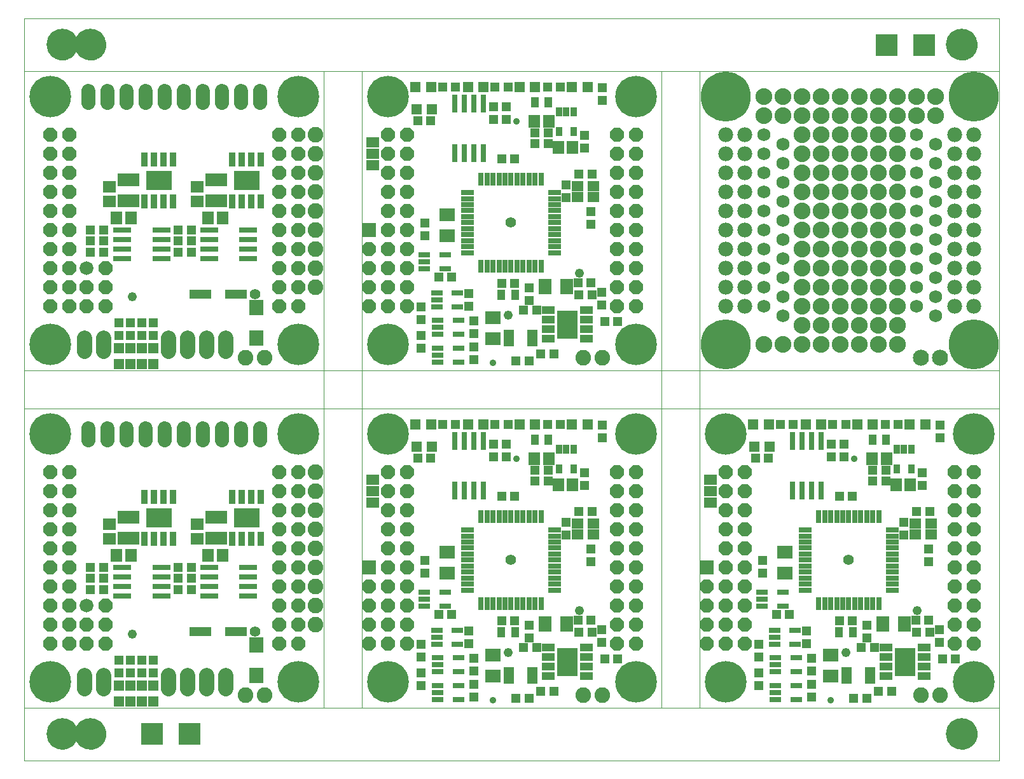
<source format=gbr>
G75*
%MOIN*%
%OFA0B0*%
%FSLAX24Y24*%
%IPPOS*%
%LPD*%
%AMOC8*
5,1,8,0,0,1.08239X$1,22.5*
%
%ADD10C,0.0010*%
%ADD11C,0.0000*%
%ADD12C,0.1655*%
%ADD13R,0.1181X0.1181*%
%ADD14R,0.0671X0.0277*%
%ADD15R,0.0277X0.0671*%
%ADD16R,0.0474X0.0513*%
%ADD17R,0.0513X0.0474*%
%ADD18R,0.0592X0.0671*%
%ADD19R,0.0316X0.0946*%
%ADD20R,0.0789X0.0710*%
%ADD21R,0.0720X0.0720*%
%ADD22OC8,0.0720*%
%ADD23R,0.0395X0.0552*%
%ADD24R,0.0552X0.0552*%
%ADD25C,0.2180*%
%ADD26R,0.0710X0.0540*%
%ADD27R,0.0320X0.0470*%
%ADD28R,0.0673X0.0396*%
%ADD29R,0.1109X0.1458*%
%ADD30R,0.0710X0.0789*%
%ADD31R,0.0552X0.0867*%
%ADD32C,0.0356*%
%ADD33R,0.0631X0.0552*%
%ADD34R,0.0600X0.0300*%
%ADD35C,0.0820*%
%ADD36R,0.0749X0.0789*%
%ADD37R,0.0336X0.0769*%
%ADD38R,0.1340X0.0986*%
%ADD39R,0.0710X0.0592*%
%ADD40C,0.0792*%
%ADD41R,0.0946X0.0316*%
%ADD42R,0.1143X0.0710*%
%ADD43R,0.1182X0.0474*%
%ADD44R,0.0592X0.0710*%
%ADD45C,0.0720*%
%ADD46C,0.0720*%
%ADD47C,0.2620*%
%ADD48C,0.0780*%
%ADD49C,0.0840*%
%ADD50C,0.0680*%
%ADD51C,0.0480*%
%ADD52C,0.0560*%
%ADD53C,0.0880*%
D10*
X000233Y000105D02*
X000233Y002865D01*
X035633Y002865D01*
X035633Y018565D01*
X035633Y020565D01*
X035633Y036265D01*
X051333Y036265D01*
X051333Y020565D01*
X035633Y020565D01*
X033633Y020565D01*
X033633Y018565D01*
X035633Y018565D01*
X051333Y018565D01*
X051333Y020565D01*
X051333Y018565D02*
X051333Y002865D01*
X051333Y000105D01*
X000233Y000105D01*
X000233Y002865D02*
X000233Y018565D01*
X015933Y018565D01*
X015933Y020565D01*
X000233Y020565D01*
X000233Y018565D01*
X000233Y020565D02*
X000233Y036265D01*
X000233Y039025D01*
X000233Y036265D02*
X000233Y036265D01*
X015933Y036265D01*
X035633Y036265D01*
X033633Y036265D02*
X033633Y020565D01*
X017933Y020565D01*
X017933Y018575D01*
X017933Y018565D02*
X015933Y018565D01*
X015933Y002865D01*
X000233Y002865D01*
X017933Y002865D02*
X017933Y018565D01*
X033633Y018565D01*
X033633Y002865D01*
X017933Y002865D01*
X035633Y002865D02*
X051333Y002865D01*
X017933Y020565D02*
X015933Y020565D01*
X015933Y036265D01*
X017933Y036265D02*
X033633Y036265D01*
X017933Y036265D02*
X017933Y020565D01*
X051333Y036265D02*
X051333Y039025D01*
D11*
X000233Y039025D01*
X001416Y037645D02*
X001418Y037701D01*
X001424Y037756D01*
X001434Y037810D01*
X001447Y037864D01*
X001465Y037917D01*
X001486Y037968D01*
X001510Y038018D01*
X001538Y038066D01*
X001570Y038112D01*
X001604Y038156D01*
X001642Y038197D01*
X001682Y038235D01*
X001725Y038270D01*
X001770Y038302D01*
X001818Y038331D01*
X001867Y038357D01*
X001918Y038379D01*
X001970Y038397D01*
X002024Y038411D01*
X002079Y038422D01*
X002134Y038429D01*
X002189Y038432D01*
X002245Y038431D01*
X002300Y038426D01*
X002355Y038417D01*
X002409Y038405D01*
X002462Y038388D01*
X002514Y038368D01*
X002564Y038344D01*
X002612Y038317D01*
X002659Y038287D01*
X002703Y038253D01*
X002745Y038216D01*
X002783Y038176D01*
X002820Y038134D01*
X002853Y038089D01*
X002882Y038043D01*
X002909Y037994D01*
X002931Y037943D01*
X002951Y037891D01*
X002966Y037837D01*
X002978Y037783D01*
X002986Y037728D01*
X002990Y037673D01*
X002990Y037617D01*
X002986Y037562D01*
X002978Y037507D01*
X002966Y037453D01*
X002951Y037399D01*
X002931Y037347D01*
X002909Y037296D01*
X002882Y037247D01*
X002853Y037201D01*
X002820Y037156D01*
X002783Y037114D01*
X002745Y037074D01*
X002703Y037037D01*
X002659Y037003D01*
X002612Y036973D01*
X002564Y036946D01*
X002514Y036922D01*
X002462Y036902D01*
X002409Y036885D01*
X002355Y036873D01*
X002300Y036864D01*
X002245Y036859D01*
X002189Y036858D01*
X002134Y036861D01*
X002079Y036868D01*
X002024Y036879D01*
X001970Y036893D01*
X001918Y036911D01*
X001867Y036933D01*
X001818Y036959D01*
X001770Y036988D01*
X001725Y037020D01*
X001682Y037055D01*
X001642Y037093D01*
X001604Y037134D01*
X001570Y037178D01*
X001538Y037224D01*
X001510Y037272D01*
X001486Y037322D01*
X001465Y037373D01*
X001447Y037426D01*
X001434Y037480D01*
X001424Y037534D01*
X001418Y037589D01*
X001416Y037645D01*
X002912Y037645D02*
X002914Y037701D01*
X002920Y037756D01*
X002930Y037810D01*
X002943Y037864D01*
X002961Y037917D01*
X002982Y037968D01*
X003006Y038018D01*
X003034Y038066D01*
X003066Y038112D01*
X003100Y038156D01*
X003138Y038197D01*
X003178Y038235D01*
X003221Y038270D01*
X003266Y038302D01*
X003314Y038331D01*
X003363Y038357D01*
X003414Y038379D01*
X003466Y038397D01*
X003520Y038411D01*
X003575Y038422D01*
X003630Y038429D01*
X003685Y038432D01*
X003741Y038431D01*
X003796Y038426D01*
X003851Y038417D01*
X003905Y038405D01*
X003958Y038388D01*
X004010Y038368D01*
X004060Y038344D01*
X004108Y038317D01*
X004155Y038287D01*
X004199Y038253D01*
X004241Y038216D01*
X004279Y038176D01*
X004316Y038134D01*
X004349Y038089D01*
X004378Y038043D01*
X004405Y037994D01*
X004427Y037943D01*
X004447Y037891D01*
X004462Y037837D01*
X004474Y037783D01*
X004482Y037728D01*
X004486Y037673D01*
X004486Y037617D01*
X004482Y037562D01*
X004474Y037507D01*
X004462Y037453D01*
X004447Y037399D01*
X004427Y037347D01*
X004405Y037296D01*
X004378Y037247D01*
X004349Y037201D01*
X004316Y037156D01*
X004279Y037114D01*
X004241Y037074D01*
X004199Y037037D01*
X004155Y037003D01*
X004108Y036973D01*
X004060Y036946D01*
X004010Y036922D01*
X003958Y036902D01*
X003905Y036885D01*
X003851Y036873D01*
X003796Y036864D01*
X003741Y036859D01*
X003685Y036858D01*
X003630Y036861D01*
X003575Y036868D01*
X003520Y036879D01*
X003466Y036893D01*
X003414Y036911D01*
X003363Y036933D01*
X003314Y036959D01*
X003266Y036988D01*
X003221Y037020D01*
X003178Y037055D01*
X003138Y037093D01*
X003100Y037134D01*
X003066Y037178D01*
X003034Y037224D01*
X003006Y037272D01*
X002982Y037322D01*
X002961Y037373D01*
X002943Y037426D01*
X002930Y037480D01*
X002920Y037534D01*
X002914Y037589D01*
X002912Y037645D01*
X048577Y037645D02*
X048579Y037701D01*
X048585Y037756D01*
X048595Y037810D01*
X048608Y037864D01*
X048626Y037917D01*
X048647Y037968D01*
X048671Y038018D01*
X048699Y038066D01*
X048731Y038112D01*
X048765Y038156D01*
X048803Y038197D01*
X048843Y038235D01*
X048886Y038270D01*
X048931Y038302D01*
X048979Y038331D01*
X049028Y038357D01*
X049079Y038379D01*
X049131Y038397D01*
X049185Y038411D01*
X049240Y038422D01*
X049295Y038429D01*
X049350Y038432D01*
X049406Y038431D01*
X049461Y038426D01*
X049516Y038417D01*
X049570Y038405D01*
X049623Y038388D01*
X049675Y038368D01*
X049725Y038344D01*
X049773Y038317D01*
X049820Y038287D01*
X049864Y038253D01*
X049906Y038216D01*
X049944Y038176D01*
X049981Y038134D01*
X050014Y038089D01*
X050043Y038043D01*
X050070Y037994D01*
X050092Y037943D01*
X050112Y037891D01*
X050127Y037837D01*
X050139Y037783D01*
X050147Y037728D01*
X050151Y037673D01*
X050151Y037617D01*
X050147Y037562D01*
X050139Y037507D01*
X050127Y037453D01*
X050112Y037399D01*
X050092Y037347D01*
X050070Y037296D01*
X050043Y037247D01*
X050014Y037201D01*
X049981Y037156D01*
X049944Y037114D01*
X049906Y037074D01*
X049864Y037037D01*
X049820Y037003D01*
X049773Y036973D01*
X049725Y036946D01*
X049675Y036922D01*
X049623Y036902D01*
X049570Y036885D01*
X049516Y036873D01*
X049461Y036864D01*
X049406Y036859D01*
X049350Y036858D01*
X049295Y036861D01*
X049240Y036868D01*
X049185Y036879D01*
X049131Y036893D01*
X049079Y036911D01*
X049028Y036933D01*
X048979Y036959D01*
X048931Y036988D01*
X048886Y037020D01*
X048843Y037055D01*
X048803Y037093D01*
X048765Y037134D01*
X048731Y037178D01*
X048699Y037224D01*
X048671Y037272D01*
X048647Y037322D01*
X048626Y037373D01*
X048608Y037426D01*
X048595Y037480D01*
X048585Y037534D01*
X048579Y037589D01*
X048577Y037645D01*
X048577Y001489D02*
X048579Y001545D01*
X048585Y001600D01*
X048595Y001654D01*
X048608Y001708D01*
X048626Y001761D01*
X048647Y001812D01*
X048671Y001862D01*
X048699Y001910D01*
X048731Y001956D01*
X048765Y002000D01*
X048803Y002041D01*
X048843Y002079D01*
X048886Y002114D01*
X048931Y002146D01*
X048979Y002175D01*
X049028Y002201D01*
X049079Y002223D01*
X049131Y002241D01*
X049185Y002255D01*
X049240Y002266D01*
X049295Y002273D01*
X049350Y002276D01*
X049406Y002275D01*
X049461Y002270D01*
X049516Y002261D01*
X049570Y002249D01*
X049623Y002232D01*
X049675Y002212D01*
X049725Y002188D01*
X049773Y002161D01*
X049820Y002131D01*
X049864Y002097D01*
X049906Y002060D01*
X049944Y002020D01*
X049981Y001978D01*
X050014Y001933D01*
X050043Y001887D01*
X050070Y001838D01*
X050092Y001787D01*
X050112Y001735D01*
X050127Y001681D01*
X050139Y001627D01*
X050147Y001572D01*
X050151Y001517D01*
X050151Y001461D01*
X050147Y001406D01*
X050139Y001351D01*
X050127Y001297D01*
X050112Y001243D01*
X050092Y001191D01*
X050070Y001140D01*
X050043Y001091D01*
X050014Y001045D01*
X049981Y001000D01*
X049944Y000958D01*
X049906Y000918D01*
X049864Y000881D01*
X049820Y000847D01*
X049773Y000817D01*
X049725Y000790D01*
X049675Y000766D01*
X049623Y000746D01*
X049570Y000729D01*
X049516Y000717D01*
X049461Y000708D01*
X049406Y000703D01*
X049350Y000702D01*
X049295Y000705D01*
X049240Y000712D01*
X049185Y000723D01*
X049131Y000737D01*
X049079Y000755D01*
X049028Y000777D01*
X048979Y000803D01*
X048931Y000832D01*
X048886Y000864D01*
X048843Y000899D01*
X048803Y000937D01*
X048765Y000978D01*
X048731Y001022D01*
X048699Y001068D01*
X048671Y001116D01*
X048647Y001166D01*
X048626Y001217D01*
X048608Y001270D01*
X048595Y001324D01*
X048585Y001378D01*
X048579Y001433D01*
X048577Y001489D01*
X002912Y001489D02*
X002914Y001545D01*
X002920Y001600D01*
X002930Y001654D01*
X002943Y001708D01*
X002961Y001761D01*
X002982Y001812D01*
X003006Y001862D01*
X003034Y001910D01*
X003066Y001956D01*
X003100Y002000D01*
X003138Y002041D01*
X003178Y002079D01*
X003221Y002114D01*
X003266Y002146D01*
X003314Y002175D01*
X003363Y002201D01*
X003414Y002223D01*
X003466Y002241D01*
X003520Y002255D01*
X003575Y002266D01*
X003630Y002273D01*
X003685Y002276D01*
X003741Y002275D01*
X003796Y002270D01*
X003851Y002261D01*
X003905Y002249D01*
X003958Y002232D01*
X004010Y002212D01*
X004060Y002188D01*
X004108Y002161D01*
X004155Y002131D01*
X004199Y002097D01*
X004241Y002060D01*
X004279Y002020D01*
X004316Y001978D01*
X004349Y001933D01*
X004378Y001887D01*
X004405Y001838D01*
X004427Y001787D01*
X004447Y001735D01*
X004462Y001681D01*
X004474Y001627D01*
X004482Y001572D01*
X004486Y001517D01*
X004486Y001461D01*
X004482Y001406D01*
X004474Y001351D01*
X004462Y001297D01*
X004447Y001243D01*
X004427Y001191D01*
X004405Y001140D01*
X004378Y001091D01*
X004349Y001045D01*
X004316Y001000D01*
X004279Y000958D01*
X004241Y000918D01*
X004199Y000881D01*
X004155Y000847D01*
X004108Y000817D01*
X004060Y000790D01*
X004010Y000766D01*
X003958Y000746D01*
X003905Y000729D01*
X003851Y000717D01*
X003796Y000708D01*
X003741Y000703D01*
X003685Y000702D01*
X003630Y000705D01*
X003575Y000712D01*
X003520Y000723D01*
X003466Y000737D01*
X003414Y000755D01*
X003363Y000777D01*
X003314Y000803D01*
X003266Y000832D01*
X003221Y000864D01*
X003178Y000899D01*
X003138Y000937D01*
X003100Y000978D01*
X003066Y001022D01*
X003034Y001068D01*
X003006Y001116D01*
X002982Y001166D01*
X002961Y001217D01*
X002943Y001270D01*
X002930Y001324D01*
X002920Y001378D01*
X002914Y001433D01*
X002912Y001489D01*
X001416Y001489D02*
X001418Y001545D01*
X001424Y001600D01*
X001434Y001654D01*
X001447Y001708D01*
X001465Y001761D01*
X001486Y001812D01*
X001510Y001862D01*
X001538Y001910D01*
X001570Y001956D01*
X001604Y002000D01*
X001642Y002041D01*
X001682Y002079D01*
X001725Y002114D01*
X001770Y002146D01*
X001818Y002175D01*
X001867Y002201D01*
X001918Y002223D01*
X001970Y002241D01*
X002024Y002255D01*
X002079Y002266D01*
X002134Y002273D01*
X002189Y002276D01*
X002245Y002275D01*
X002300Y002270D01*
X002355Y002261D01*
X002409Y002249D01*
X002462Y002232D01*
X002514Y002212D01*
X002564Y002188D01*
X002612Y002161D01*
X002659Y002131D01*
X002703Y002097D01*
X002745Y002060D01*
X002783Y002020D01*
X002820Y001978D01*
X002853Y001933D01*
X002882Y001887D01*
X002909Y001838D01*
X002931Y001787D01*
X002951Y001735D01*
X002966Y001681D01*
X002978Y001627D01*
X002986Y001572D01*
X002990Y001517D01*
X002990Y001461D01*
X002986Y001406D01*
X002978Y001351D01*
X002966Y001297D01*
X002951Y001243D01*
X002931Y001191D01*
X002909Y001140D01*
X002882Y001091D01*
X002853Y001045D01*
X002820Y001000D01*
X002783Y000958D01*
X002745Y000918D01*
X002703Y000881D01*
X002659Y000847D01*
X002612Y000817D01*
X002564Y000790D01*
X002514Y000766D01*
X002462Y000746D01*
X002409Y000729D01*
X002355Y000717D01*
X002300Y000708D01*
X002245Y000703D01*
X002189Y000702D01*
X002134Y000705D01*
X002079Y000712D01*
X002024Y000723D01*
X001970Y000737D01*
X001918Y000755D01*
X001867Y000777D01*
X001818Y000803D01*
X001770Y000832D01*
X001725Y000864D01*
X001682Y000899D01*
X001642Y000937D01*
X001604Y000978D01*
X001570Y001022D01*
X001538Y001068D01*
X001510Y001116D01*
X001486Y001166D01*
X001465Y001217D01*
X001447Y001270D01*
X001434Y001324D01*
X001424Y001378D01*
X001418Y001433D01*
X001416Y001489D01*
D12*
X002203Y001489D03*
X003699Y001489D03*
X049364Y001489D03*
X049364Y037645D03*
X003699Y037645D03*
X002203Y037645D03*
D13*
X045430Y037643D03*
X047398Y037643D03*
X008895Y001487D03*
X006926Y001487D03*
D14*
X023450Y009040D03*
X023450Y009355D03*
X023450Y009670D03*
X023450Y009985D03*
X023450Y010300D03*
X023450Y010615D03*
X023450Y010930D03*
X023450Y011245D03*
X023450Y011560D03*
X023450Y011875D03*
X023450Y012190D03*
X028017Y012190D03*
X028017Y011875D03*
X028017Y011560D03*
X028017Y011245D03*
X028017Y010930D03*
X028017Y010615D03*
X028017Y010300D03*
X028017Y009985D03*
X028017Y009670D03*
X028017Y009355D03*
X028017Y009040D03*
X041150Y009040D03*
X041150Y009355D03*
X041150Y009670D03*
X041150Y009985D03*
X041150Y010300D03*
X041150Y010615D03*
X041150Y010930D03*
X041150Y011245D03*
X041150Y011560D03*
X041150Y011875D03*
X041150Y012190D03*
X045717Y012190D03*
X045717Y011875D03*
X045717Y011560D03*
X045717Y011245D03*
X045717Y010930D03*
X045717Y010615D03*
X045717Y010300D03*
X045717Y009985D03*
X045717Y009670D03*
X045717Y009355D03*
X045717Y009040D03*
X028017Y026740D03*
X028017Y027055D03*
X028017Y027370D03*
X028017Y027685D03*
X028017Y028000D03*
X028017Y028315D03*
X028017Y028630D03*
X028017Y028945D03*
X028017Y029260D03*
X028017Y029575D03*
X028017Y029890D03*
X023450Y029890D03*
X023450Y029575D03*
X023450Y029260D03*
X023450Y028945D03*
X023450Y028630D03*
X023450Y028315D03*
X023450Y028000D03*
X023450Y027685D03*
X023450Y027370D03*
X023450Y027055D03*
X023450Y026740D03*
D15*
X024159Y026032D03*
X024473Y026032D03*
X024788Y026032D03*
X025103Y026032D03*
X025418Y026032D03*
X025733Y026032D03*
X026048Y026032D03*
X026363Y026032D03*
X026678Y026032D03*
X026993Y026032D03*
X027308Y026032D03*
X027308Y030598D03*
X026993Y030598D03*
X026678Y030598D03*
X026363Y030598D03*
X026048Y030598D03*
X025733Y030598D03*
X025418Y030598D03*
X025103Y030598D03*
X024788Y030598D03*
X024473Y030598D03*
X024159Y030598D03*
X024159Y012898D03*
X024473Y012898D03*
X024788Y012898D03*
X025103Y012898D03*
X025418Y012898D03*
X025733Y012898D03*
X026048Y012898D03*
X026363Y012898D03*
X026678Y012898D03*
X026993Y012898D03*
X027308Y012898D03*
X027308Y008332D03*
X026993Y008332D03*
X026678Y008332D03*
X026363Y008332D03*
X026048Y008332D03*
X025733Y008332D03*
X025418Y008332D03*
X025103Y008332D03*
X024788Y008332D03*
X024473Y008332D03*
X024159Y008332D03*
X041859Y008332D03*
X042173Y008332D03*
X042488Y008332D03*
X042803Y008332D03*
X043118Y008332D03*
X043433Y008332D03*
X043748Y008332D03*
X044063Y008332D03*
X044378Y008332D03*
X044693Y008332D03*
X045008Y008332D03*
X045008Y012898D03*
X044693Y012898D03*
X044378Y012898D03*
X044063Y012898D03*
X043748Y012898D03*
X043433Y012898D03*
X043118Y012898D03*
X042803Y012898D03*
X042488Y012898D03*
X042173Y012898D03*
X041859Y012898D03*
D16*
X044699Y014765D03*
X045368Y014765D03*
X046333Y012600D03*
X046333Y011930D03*
X047633Y011200D03*
X047633Y010530D03*
X047618Y007465D03*
X046949Y007465D03*
X048183Y006950D03*
X048183Y006280D03*
X048349Y005415D03*
X049018Y005415D03*
X045668Y003715D03*
X044999Y003715D03*
X044368Y003365D03*
X043699Y003365D03*
X041483Y003430D03*
X041483Y004100D03*
X041483Y004780D03*
X041483Y005450D03*
X041233Y006230D03*
X041233Y006900D03*
X038933Y009930D03*
X038933Y010600D03*
X039218Y015965D03*
X038549Y015965D03*
X039849Y017715D03*
X040518Y017715D03*
X042599Y017715D03*
X043268Y017715D03*
X045349Y017715D03*
X046018Y017715D03*
X031318Y023115D03*
X030649Y023115D03*
X030483Y023980D03*
X030483Y024650D03*
X029918Y025165D03*
X029249Y025165D03*
X029933Y028230D03*
X029933Y028900D03*
X028633Y029630D03*
X028633Y030300D03*
X027668Y032465D03*
X026999Y032465D03*
X027649Y035415D03*
X028318Y035415D03*
X025568Y035415D03*
X024899Y035415D03*
X022818Y035415D03*
X022149Y035415D03*
X021518Y033665D03*
X020849Y033665D03*
X021233Y028300D03*
X021233Y027630D03*
X023533Y024600D03*
X023533Y023930D03*
X023783Y023150D03*
X023783Y022480D03*
X023783Y021800D03*
X023783Y021130D03*
X025999Y021065D03*
X026668Y021065D03*
X027299Y021415D03*
X027968Y021415D03*
X027649Y017715D03*
X028318Y017715D03*
X025568Y017715D03*
X024899Y017715D03*
X022818Y017715D03*
X022149Y017715D03*
X021518Y015965D03*
X020849Y015965D03*
X026999Y014765D03*
X027668Y014765D03*
X028633Y012600D03*
X028633Y011930D03*
X029933Y011200D03*
X029933Y010530D03*
X029918Y007465D03*
X030483Y006950D03*
X030483Y006280D03*
X030649Y005415D03*
X031318Y005415D03*
X029249Y007465D03*
X027968Y003715D03*
X027299Y003715D03*
X026668Y003365D03*
X025999Y003365D03*
X023783Y003430D03*
X023783Y004100D03*
X023783Y004780D03*
X023783Y005450D03*
X023533Y006230D03*
X023533Y006900D03*
X021233Y009930D03*
X021233Y010600D03*
X008968Y009665D03*
X008968Y009065D03*
X008299Y009065D03*
X008299Y009665D03*
X004368Y009665D03*
X004368Y009065D03*
X003699Y009065D03*
X003699Y009665D03*
X003699Y026765D03*
X003699Y027365D03*
X004368Y027365D03*
X004368Y026765D03*
X008299Y026765D03*
X008968Y026765D03*
X008968Y027365D03*
X008299Y027365D03*
D17*
X008299Y027915D03*
X008968Y027915D03*
X004368Y027915D03*
X003699Y027915D03*
X005183Y023050D03*
X005783Y023050D03*
X006383Y023050D03*
X006983Y023050D03*
X006983Y022380D03*
X006383Y022380D03*
X005783Y022380D03*
X005183Y022380D03*
X021033Y022400D03*
X021033Y021730D03*
X021033Y023230D03*
X021033Y023900D03*
X021949Y025465D03*
X022618Y025465D03*
X025249Y025115D03*
X025918Y025115D03*
X026683Y024900D03*
X026683Y024230D03*
X026399Y023715D03*
X027068Y023715D03*
X029299Y024515D03*
X029968Y024515D03*
X029968Y030865D03*
X029299Y030865D03*
X029583Y032230D03*
X029583Y032900D03*
X027668Y033015D03*
X026999Y033015D03*
X025483Y033730D03*
X024833Y033730D03*
X024833Y034400D03*
X025483Y034400D03*
X025249Y031665D03*
X025918Y031665D03*
X030533Y034730D03*
X030533Y035400D03*
X030533Y017700D03*
X030533Y017030D03*
X029583Y015200D03*
X029583Y014530D03*
X029299Y013165D03*
X029968Y013165D03*
X027668Y015315D03*
X026999Y015315D03*
X025483Y016030D03*
X024833Y016030D03*
X024833Y016700D03*
X025483Y016700D03*
X025249Y013965D03*
X025918Y013965D03*
X022618Y007765D03*
X021949Y007765D03*
X021033Y006200D03*
X021033Y005530D03*
X021033Y004700D03*
X021033Y004030D03*
X025249Y007415D03*
X025918Y007415D03*
X026683Y007200D03*
X026683Y006530D03*
X026399Y006015D03*
X027068Y006015D03*
X029299Y006815D03*
X029968Y006815D03*
X038733Y006200D03*
X038733Y005530D03*
X038733Y004700D03*
X038733Y004030D03*
X042949Y007415D03*
X043618Y007415D03*
X044383Y007200D03*
X044383Y006530D03*
X044099Y006015D03*
X044768Y006015D03*
X046999Y006815D03*
X047668Y006815D03*
X040318Y007765D03*
X039649Y007765D03*
X046999Y013165D03*
X047668Y013165D03*
X047283Y014530D03*
X047283Y015200D03*
X045368Y015315D03*
X044699Y015315D03*
X043183Y016030D03*
X042533Y016030D03*
X042533Y016700D03*
X043183Y016700D03*
X042949Y013965D03*
X043618Y013965D03*
X048233Y017030D03*
X048233Y017700D03*
X008968Y010215D03*
X008299Y010215D03*
X004368Y010215D03*
X003699Y010215D03*
X005183Y005350D03*
X005783Y005350D03*
X006383Y005350D03*
X006983Y005350D03*
X006983Y004680D03*
X006383Y004680D03*
X005783Y004680D03*
X005183Y004680D03*
D18*
X026959Y015915D03*
X027707Y015915D03*
X028209Y014565D03*
X028957Y014565D03*
X044659Y015915D03*
X045407Y015915D03*
X045909Y014565D03*
X046657Y014565D03*
X028957Y032265D03*
X028209Y032265D03*
X027707Y033615D03*
X026959Y033615D03*
D19*
X024283Y034576D03*
X023783Y034576D03*
X023283Y034576D03*
X022783Y034576D03*
X022783Y031954D03*
X023283Y031954D03*
X023783Y031954D03*
X024283Y031954D03*
X024283Y016876D03*
X023783Y016876D03*
X023283Y016876D03*
X022783Y016876D03*
X022783Y014254D03*
X023283Y014254D03*
X023783Y014254D03*
X024283Y014254D03*
X040483Y014254D03*
X040983Y014254D03*
X041483Y014254D03*
X041983Y014254D03*
X041983Y016876D03*
X041483Y016876D03*
X040983Y016876D03*
X040483Y016876D03*
D20*
X040083Y011016D03*
X040083Y009914D03*
X042483Y005616D03*
X042483Y004514D03*
X024783Y004514D03*
X024783Y005616D03*
X022383Y009914D03*
X022383Y011016D03*
X024783Y022214D03*
X024783Y023316D03*
X022383Y027614D03*
X022383Y028716D03*
D21*
X018283Y027915D03*
X018283Y010215D03*
X035983Y010215D03*
D22*
X035983Y009215D03*
X036983Y009215D03*
X036983Y010215D03*
X037983Y010215D03*
X037983Y009215D03*
X037983Y008215D03*
X036983Y008215D03*
X035983Y008215D03*
X035983Y007215D03*
X036983Y007215D03*
X037983Y007215D03*
X037983Y006215D03*
X036983Y006215D03*
X035983Y006215D03*
X032283Y006215D03*
X031283Y006215D03*
X031283Y007215D03*
X031283Y008215D03*
X032283Y008215D03*
X032283Y007215D03*
X032283Y009215D03*
X031283Y009215D03*
X031283Y010215D03*
X032283Y010215D03*
X032283Y011215D03*
X031283Y011215D03*
X031283Y012215D03*
X031283Y013215D03*
X032283Y013215D03*
X032283Y012215D03*
X032283Y014215D03*
X031283Y014215D03*
X031283Y015215D03*
X032283Y015215D03*
X036983Y015215D03*
X036983Y014215D03*
X037983Y014215D03*
X037983Y015215D03*
X037983Y013215D03*
X036983Y013215D03*
X036983Y012215D03*
X037983Y012215D03*
X037983Y011215D03*
X036983Y011215D03*
X048983Y011215D03*
X049983Y011215D03*
X049983Y010215D03*
X048983Y010215D03*
X048983Y009215D03*
X049983Y009215D03*
X049983Y008215D03*
X048983Y008215D03*
X048983Y007215D03*
X049983Y007215D03*
X049983Y006215D03*
X048983Y006215D03*
X048983Y012215D03*
X048983Y013215D03*
X049983Y013215D03*
X049983Y012215D03*
X049983Y014215D03*
X048983Y014215D03*
X048983Y015215D03*
X049983Y015215D03*
X032283Y023915D03*
X031283Y023915D03*
X031283Y024915D03*
X031283Y025915D03*
X032283Y025915D03*
X032283Y024915D03*
X032283Y026915D03*
X031283Y026915D03*
X031283Y027915D03*
X032283Y027915D03*
X032283Y028915D03*
X031283Y028915D03*
X031283Y029915D03*
X032283Y029915D03*
X032283Y030915D03*
X031283Y030915D03*
X031283Y031915D03*
X031283Y032915D03*
X032283Y032915D03*
X032283Y031915D03*
X020283Y031915D03*
X019283Y031915D03*
X019283Y032915D03*
X020283Y032915D03*
X020283Y030915D03*
X019283Y030915D03*
X019283Y029915D03*
X019283Y028915D03*
X020283Y028915D03*
X020283Y029915D03*
X020283Y027915D03*
X019283Y027915D03*
X019283Y026915D03*
X018283Y026915D03*
X018283Y025915D03*
X018283Y024915D03*
X019283Y024915D03*
X019283Y025915D03*
X020283Y025915D03*
X020283Y024915D03*
X020283Y023915D03*
X019283Y023915D03*
X018283Y023915D03*
X014583Y023915D03*
X013583Y023915D03*
X013583Y024915D03*
X014583Y024915D03*
X014583Y025915D03*
X013583Y025915D03*
X013583Y026915D03*
X014583Y026915D03*
X014583Y027915D03*
X013583Y027915D03*
X013583Y028915D03*
X014583Y028915D03*
X014583Y029915D03*
X013583Y029915D03*
X013583Y030915D03*
X014583Y030915D03*
X014583Y031915D03*
X013583Y031915D03*
X013583Y032915D03*
X014583Y032915D03*
X020283Y026915D03*
X004483Y025915D03*
X004483Y024915D03*
X003483Y024915D03*
X002583Y024915D03*
X001583Y024915D03*
X001583Y025915D03*
X002583Y025915D03*
X002583Y026915D03*
X001583Y026915D03*
X001583Y027915D03*
X002583Y027915D03*
X002583Y028915D03*
X001583Y028915D03*
X001583Y029915D03*
X002583Y029915D03*
X002583Y030915D03*
X001583Y030915D03*
X001583Y031915D03*
X001583Y032915D03*
X002583Y032915D03*
X002583Y031915D03*
X002583Y023915D03*
X003483Y023915D03*
X004483Y023915D03*
X001583Y023915D03*
X001583Y015215D03*
X001583Y014215D03*
X002583Y014215D03*
X002583Y015215D03*
X002583Y013215D03*
X001583Y013215D03*
X001583Y012215D03*
X002583Y012215D03*
X002583Y011215D03*
X001583Y011215D03*
X001583Y010215D03*
X001583Y009215D03*
X002583Y009215D03*
X002583Y010215D03*
X002583Y008215D03*
X001583Y008215D03*
X001583Y007215D03*
X002583Y007215D03*
X003483Y007215D03*
X004483Y007215D03*
X004483Y008215D03*
X004483Y006215D03*
X003483Y006215D03*
X002583Y006215D03*
X001583Y006215D03*
X013583Y006215D03*
X014583Y006215D03*
X014583Y007215D03*
X013583Y007215D03*
X013583Y008215D03*
X014583Y008215D03*
X014583Y009215D03*
X013583Y009215D03*
X013583Y010215D03*
X014583Y010215D03*
X014583Y011215D03*
X013583Y011215D03*
X013583Y012215D03*
X014583Y012215D03*
X014583Y013215D03*
X013583Y013215D03*
X013583Y014215D03*
X014583Y014215D03*
X014583Y015215D03*
X013583Y015215D03*
X019283Y015215D03*
X019283Y014215D03*
X020283Y014215D03*
X020283Y015215D03*
X020283Y013215D03*
X019283Y013215D03*
X019283Y012215D03*
X020283Y012215D03*
X020283Y011215D03*
X019283Y011215D03*
X019283Y010215D03*
X019283Y009215D03*
X018283Y009215D03*
X018283Y008215D03*
X018283Y007215D03*
X019283Y007215D03*
X019283Y008215D03*
X020283Y008215D03*
X020283Y007215D03*
X020283Y006215D03*
X019283Y006215D03*
X018283Y006215D03*
X020283Y009215D03*
X020283Y010215D03*
D23*
X025229Y006815D03*
X025938Y006815D03*
X026979Y016915D03*
X027688Y016915D03*
X025938Y024515D03*
X025229Y024515D03*
X026979Y034615D03*
X027688Y034615D03*
X044679Y016915D03*
X045388Y016915D03*
X043638Y006815D03*
X042929Y006815D03*
D24*
X039297Y016565D03*
X038470Y016565D03*
X038420Y017715D03*
X039247Y017715D03*
X041170Y017715D03*
X041997Y017715D03*
X043870Y017715D03*
X044697Y017715D03*
X046620Y017715D03*
X047447Y017715D03*
X029747Y017715D03*
X028920Y017715D03*
X026997Y017715D03*
X026170Y017715D03*
X024297Y017715D03*
X023470Y017715D03*
X021547Y017715D03*
X020720Y017715D03*
X020770Y016565D03*
X021597Y016565D03*
X006983Y020902D03*
X006383Y020902D03*
X005783Y020902D03*
X005183Y020902D03*
X005183Y021728D03*
X005783Y021728D03*
X006383Y021728D03*
X006983Y021728D03*
X020770Y034265D03*
X021597Y034265D03*
X021547Y035415D03*
X020720Y035415D03*
X023470Y035415D03*
X024297Y035415D03*
X026170Y035415D03*
X026997Y035415D03*
X028920Y035415D03*
X029747Y035415D03*
X006983Y004028D03*
X006383Y004028D03*
X005783Y004028D03*
X005183Y004028D03*
X005183Y003202D03*
X005783Y003202D03*
X006383Y003202D03*
X006983Y003202D03*
D25*
X001583Y004215D03*
X014583Y004215D03*
X019283Y004215D03*
X032283Y004215D03*
X036983Y004215D03*
X049983Y004215D03*
X049983Y017215D03*
X036983Y017215D03*
X032283Y017215D03*
X032283Y021915D03*
X019283Y021915D03*
X014583Y021915D03*
X014583Y017215D03*
X019283Y017215D03*
X001583Y017215D03*
X001583Y021915D03*
X001583Y034915D03*
X014583Y034915D03*
X019283Y034915D03*
X032283Y034915D03*
D26*
X018483Y032515D03*
X018483Y031915D03*
X018483Y031315D03*
X018483Y014815D03*
X018483Y014215D03*
X018483Y013615D03*
X036183Y013615D03*
X036183Y014215D03*
X036183Y014815D03*
D27*
X029003Y015400D03*
X028263Y015400D03*
X028263Y016430D03*
X028633Y016430D03*
X029003Y016430D03*
X045963Y016430D03*
X046333Y016430D03*
X046703Y016430D03*
X046703Y015400D03*
X045963Y015400D03*
X029003Y033100D03*
X028263Y033100D03*
X028263Y034130D03*
X028633Y034130D03*
X029003Y034130D03*
D28*
X029683Y023715D03*
X029683Y023215D03*
X029683Y022715D03*
X029683Y022215D03*
X027683Y022215D03*
X027683Y022715D03*
X027683Y023215D03*
X027683Y023715D03*
X027683Y006015D03*
X027683Y005515D03*
X027683Y005015D03*
X027683Y004515D03*
X029683Y004515D03*
X029683Y005015D03*
X029683Y005515D03*
X029683Y006015D03*
X045383Y006015D03*
X045383Y005515D03*
X045383Y005015D03*
X045383Y004515D03*
X047383Y004515D03*
X047383Y005015D03*
X047383Y005515D03*
X047383Y006015D03*
D29*
X046383Y005265D03*
X028683Y005265D03*
X028683Y022965D03*
D30*
X028635Y024965D03*
X027532Y024965D03*
X027532Y007265D03*
X028635Y007265D03*
X045232Y007265D03*
X046335Y007265D03*
D31*
X044563Y004565D03*
X043303Y004565D03*
X026863Y004565D03*
X025603Y004565D03*
X025603Y022265D03*
X026863Y022265D03*
D32*
X024783Y020965D03*
X026033Y015915D03*
X024783Y003265D03*
X042483Y003265D03*
X043733Y015915D03*
X026033Y033615D03*
D33*
X029200Y030241D03*
X029200Y029650D03*
X030066Y029650D03*
X030066Y030241D03*
X030066Y012541D03*
X030066Y011950D03*
X029200Y011950D03*
X029200Y012541D03*
X046900Y012541D03*
X046900Y011950D03*
X047766Y011950D03*
X047766Y012541D03*
D34*
X040623Y006935D03*
X040623Y006195D03*
X040673Y005485D03*
X040673Y004745D03*
X040673Y004035D03*
X040673Y003295D03*
X039593Y003295D03*
X039593Y003665D03*
X039593Y004035D03*
X039593Y004745D03*
X039593Y005115D03*
X039593Y005485D03*
X039543Y006195D03*
X039543Y006565D03*
X039543Y006935D03*
X039973Y008195D03*
X039973Y008935D03*
X038893Y008935D03*
X038893Y008565D03*
X038893Y008195D03*
X022923Y006935D03*
X022923Y006195D03*
X022973Y005485D03*
X022973Y004745D03*
X022973Y004035D03*
X022973Y003295D03*
X021893Y003295D03*
X021893Y003665D03*
X021893Y004035D03*
X021893Y004745D03*
X021893Y005115D03*
X021893Y005485D03*
X021843Y006195D03*
X021843Y006565D03*
X021843Y006935D03*
X022273Y008195D03*
X022273Y008935D03*
X021193Y008935D03*
X021193Y008565D03*
X021193Y008195D03*
X021893Y020995D03*
X021893Y021365D03*
X021893Y021735D03*
X021893Y022445D03*
X021893Y022815D03*
X021893Y023185D03*
X021843Y023895D03*
X021843Y024265D03*
X021843Y024635D03*
X022923Y024635D03*
X022923Y023895D03*
X022973Y023185D03*
X022973Y022445D03*
X022973Y021735D03*
X022973Y020995D03*
X022273Y025895D03*
X022273Y026635D03*
X021193Y026635D03*
X021193Y026265D03*
X021193Y025895D03*
D35*
X015483Y025915D03*
X015483Y024915D03*
X015483Y026915D03*
X015483Y027915D03*
X015483Y028915D03*
X015483Y029915D03*
X015483Y030915D03*
X015483Y031915D03*
X015483Y032915D03*
X012833Y021215D03*
X011833Y021215D03*
X015483Y015215D03*
X015483Y014215D03*
X015483Y013215D03*
X015483Y012215D03*
X015483Y011215D03*
X015483Y010215D03*
X015483Y009215D03*
X015483Y008215D03*
X015483Y007215D03*
X012833Y003515D03*
X011833Y003515D03*
X029533Y003515D03*
X030533Y003515D03*
X047233Y003515D03*
X048233Y003515D03*
X030533Y021215D03*
X029533Y021215D03*
D36*
X012383Y022258D03*
X012383Y023872D03*
X012383Y006172D03*
X012383Y004558D03*
D37*
X012133Y011713D03*
X011633Y011713D03*
X011133Y011713D03*
X012633Y011713D03*
X012633Y013917D03*
X012133Y013917D03*
X011633Y013917D03*
X011133Y013917D03*
X008033Y013917D03*
X007533Y013917D03*
X007033Y013917D03*
X006533Y013917D03*
X006533Y011713D03*
X007033Y011713D03*
X007533Y011713D03*
X008033Y011713D03*
X008033Y029413D03*
X007533Y029413D03*
X007033Y029413D03*
X006533Y029413D03*
X006533Y031617D03*
X007033Y031617D03*
X007533Y031617D03*
X008033Y031617D03*
X011133Y031617D03*
X011633Y031617D03*
X012133Y031617D03*
X012633Y031617D03*
X012633Y029413D03*
X012133Y029413D03*
X011633Y029413D03*
X011133Y029413D03*
D38*
X011883Y030515D03*
X007283Y030515D03*
X007283Y012815D03*
X011883Y012815D03*
D39*
X009283Y012509D03*
X009283Y011721D03*
X004683Y011721D03*
X004683Y012509D03*
X004683Y029421D03*
X004683Y030209D03*
X009283Y030209D03*
X009283Y029421D03*
D40*
X008783Y022271D02*
X008783Y021559D01*
X007783Y021559D02*
X007783Y022271D01*
X009783Y022271D02*
X009783Y021559D01*
X010783Y021559D02*
X010783Y022271D01*
X004383Y022271D02*
X004383Y021559D01*
X003383Y021559D02*
X003383Y022271D01*
X003383Y004571D02*
X003383Y003859D01*
X004383Y003859D02*
X004383Y004571D01*
X007783Y004571D02*
X007783Y003859D01*
X008783Y003859D02*
X008783Y004571D01*
X009783Y004571D02*
X009783Y003859D01*
X010783Y003859D02*
X010783Y004571D01*
D41*
X009910Y008715D03*
X009910Y009215D03*
X009910Y009715D03*
X009910Y010215D03*
X011957Y010215D03*
X011957Y009715D03*
X011957Y009215D03*
X011957Y008715D03*
X007407Y008715D03*
X007407Y009215D03*
X007407Y009715D03*
X007407Y010215D03*
X005360Y010215D03*
X005360Y009715D03*
X005360Y009215D03*
X005360Y008715D03*
X005360Y026415D03*
X005360Y026915D03*
X005360Y027415D03*
X005360Y027915D03*
X007407Y027915D03*
X007407Y027415D03*
X007407Y026915D03*
X007407Y026415D03*
X009910Y026415D03*
X009910Y026915D03*
X009910Y027415D03*
X009910Y027915D03*
X011957Y027915D03*
X011957Y027415D03*
X011957Y026915D03*
X011957Y026415D03*
D42*
X010283Y029464D03*
X010283Y030566D03*
X005683Y030566D03*
X005683Y029464D03*
X005683Y012866D03*
X005683Y011764D03*
X010283Y011764D03*
X010283Y012866D03*
D43*
X009458Y006865D03*
X011309Y006865D03*
X011309Y024565D03*
X009458Y024565D03*
D44*
X009840Y028565D03*
X010627Y028565D03*
X005827Y028565D03*
X005040Y028565D03*
X005040Y010865D03*
X005827Y010865D03*
X009840Y010865D03*
X010627Y010865D03*
D45*
X003483Y008215D03*
X003483Y025915D03*
D46*
X003583Y017535D02*
X003583Y016895D01*
X004583Y016895D02*
X004583Y017535D01*
X005583Y017535D02*
X005583Y016895D01*
X006583Y016895D02*
X006583Y017535D01*
X007583Y017535D02*
X007583Y016895D01*
X008583Y016895D02*
X008583Y017535D01*
X009583Y017535D02*
X009583Y016895D01*
X010583Y016895D02*
X010583Y017535D01*
X011583Y017535D02*
X011583Y016895D01*
X012583Y016895D02*
X012583Y017535D01*
X012583Y034595D02*
X012583Y035235D01*
X011583Y035235D02*
X011583Y034595D01*
X010583Y034595D02*
X010583Y035235D01*
X009583Y035235D02*
X009583Y034595D01*
X008583Y034595D02*
X008583Y035235D01*
X007583Y035235D02*
X007583Y034595D01*
X006583Y034595D02*
X006583Y035235D01*
X005583Y035235D02*
X005583Y034595D01*
X004583Y034595D02*
X004583Y035235D01*
X003583Y035235D02*
X003583Y034595D01*
D47*
X036983Y034915D03*
X049983Y034915D03*
X049983Y021915D03*
X036983Y021915D03*
D48*
X036983Y023915D03*
X037983Y023915D03*
X037983Y024915D03*
X036983Y024915D03*
X036983Y025915D03*
X037983Y025915D03*
X037983Y026915D03*
X036983Y026915D03*
X036983Y027915D03*
X037983Y027915D03*
X037983Y028915D03*
X036983Y028915D03*
X036983Y029915D03*
X037983Y029915D03*
X037983Y030915D03*
X036983Y030915D03*
X036983Y031915D03*
X036983Y032915D03*
X037983Y032915D03*
X037983Y031915D03*
X048983Y031915D03*
X048983Y032915D03*
X049983Y032915D03*
X049983Y031915D03*
X049983Y030915D03*
X048983Y030915D03*
X048983Y029915D03*
X048983Y028915D03*
X049983Y028915D03*
X049983Y029915D03*
X049983Y027915D03*
X048983Y027915D03*
X048983Y026915D03*
X049983Y026915D03*
X049983Y025915D03*
X048983Y025915D03*
X048983Y024915D03*
X049983Y024915D03*
X049983Y023915D03*
X048983Y023915D03*
D49*
X048233Y021215D03*
X047233Y021215D03*
D50*
X047983Y023415D03*
X046983Y023915D03*
X047983Y024415D03*
X047983Y025415D03*
X046983Y024915D03*
X046983Y025915D03*
X047983Y026415D03*
X047983Y027415D03*
X046983Y026915D03*
X046983Y027915D03*
X047983Y028415D03*
X047983Y029415D03*
X046983Y028915D03*
X046983Y029915D03*
X047983Y030415D03*
X047983Y031415D03*
X046983Y031915D03*
X046983Y032915D03*
X047983Y032415D03*
X046983Y030915D03*
X039983Y030415D03*
X039983Y031415D03*
X038983Y031915D03*
X038983Y032915D03*
X039983Y032415D03*
X038983Y030915D03*
X038983Y029915D03*
X038983Y028915D03*
X039983Y028415D03*
X039983Y029415D03*
X038983Y027915D03*
X038983Y026915D03*
X039983Y026415D03*
X039983Y027415D03*
X038983Y025915D03*
X038983Y024915D03*
X039983Y024415D03*
X039983Y025415D03*
X038983Y023915D03*
X039983Y023415D03*
D51*
X029333Y025665D03*
X025583Y023465D03*
X005883Y024415D03*
X029333Y007965D03*
X025583Y005765D03*
X043283Y005765D03*
X047033Y007965D03*
X005883Y006715D03*
D52*
X012333Y006865D03*
X025733Y010615D03*
X043433Y010615D03*
X025733Y028315D03*
X012333Y024565D03*
D53*
X038983Y021915D03*
X039983Y021915D03*
X040983Y021915D03*
X041983Y021915D03*
X042983Y021915D03*
X043983Y021915D03*
X044983Y021915D03*
X045983Y021915D03*
X045983Y022915D03*
X044983Y022915D03*
X043983Y022915D03*
X042983Y022915D03*
X041983Y022915D03*
X040983Y022915D03*
X040983Y023915D03*
X041983Y023915D03*
X042983Y023915D03*
X043983Y023915D03*
X044983Y023915D03*
X045983Y023915D03*
X045983Y024915D03*
X044983Y024915D03*
X043983Y024915D03*
X042983Y024915D03*
X041983Y024915D03*
X040983Y024915D03*
X040983Y025915D03*
X041983Y025915D03*
X042983Y025915D03*
X043983Y025915D03*
X044983Y025915D03*
X045983Y025915D03*
X045983Y026915D03*
X044983Y026915D03*
X043983Y026915D03*
X042983Y026915D03*
X041983Y026915D03*
X040983Y026915D03*
X040983Y027915D03*
X041983Y027915D03*
X042983Y027915D03*
X043983Y027915D03*
X044983Y027915D03*
X045983Y027915D03*
X045983Y028915D03*
X044983Y028915D03*
X043983Y028915D03*
X042983Y028915D03*
X041983Y028915D03*
X040983Y028915D03*
X040983Y029915D03*
X041983Y029915D03*
X042983Y029915D03*
X043983Y029915D03*
X044983Y029915D03*
X045983Y029915D03*
X045983Y030915D03*
X044983Y030915D03*
X043983Y030915D03*
X042983Y030915D03*
X041983Y030915D03*
X040983Y030915D03*
X040983Y031915D03*
X040983Y032915D03*
X041983Y032915D03*
X041983Y031915D03*
X042983Y031915D03*
X042983Y032915D03*
X043983Y032915D03*
X043983Y031915D03*
X044983Y031915D03*
X045983Y031915D03*
X045983Y032915D03*
X044983Y032915D03*
X044983Y033915D03*
X045983Y033915D03*
X045983Y034915D03*
X044983Y034915D03*
X043983Y034915D03*
X042983Y034915D03*
X041983Y034915D03*
X040983Y034915D03*
X039983Y034915D03*
X038983Y034915D03*
X038983Y033915D03*
X039983Y033915D03*
X040983Y033915D03*
X041983Y033915D03*
X042983Y033915D03*
X043983Y033915D03*
X046983Y033915D03*
X046983Y034915D03*
X047983Y034915D03*
X047983Y033915D03*
M02*

</source>
